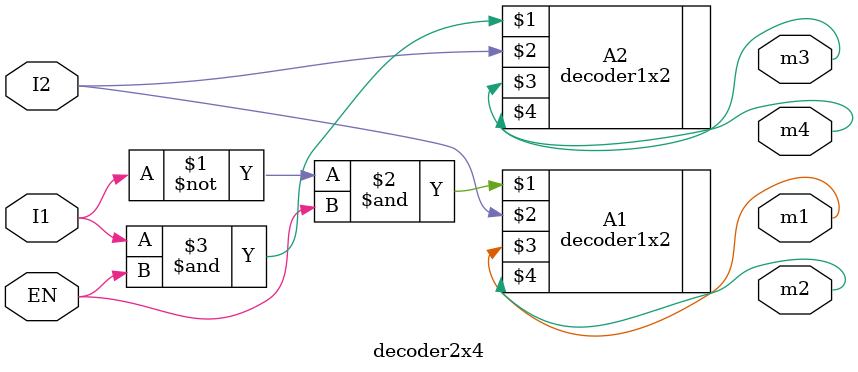
<source format=v>
`timescale 1ns / 1ps
module decoder2x4(
    input EN,
    input I1,
    input I2,
    output m1,
    output m2,
    output m3,
    output m4
    );
	 
	 decoder1x2 A1((~I1)&EN, I2, m1, m2);
	 decoder1x2 A2(I1&EN, I2, m3, m4);


endmodule

</source>
